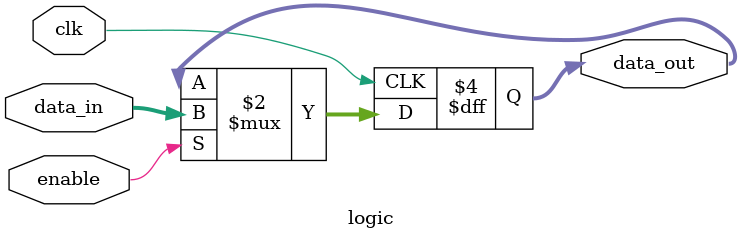
<source format=v>
`timescale 1ns / 1ps

module logic(data_in,data_out,enable,clk );
   input [3:0] data_in;
   input clk,enable;
   output reg [3:0] data_out;
   
   always @(posedge clk)
   begin
    if(enable)
     data_out <= data_in;
   end 
endmodule

</source>
